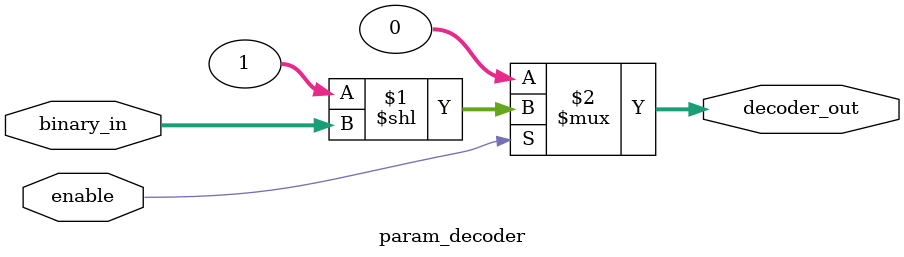
<source format=v>
module param_decoder(
	binary_in, decoder_out, enable
);

	parameter IN_SIZE = 4; 
	parameter OUT_SIZE = 2 << IN_SIZE;
	
	input  wire [IN_SIZE-1:0] binary_in;
	output wire [OUT_SIZE-1:0] decoder_out;
	input enable;

	assign decoder_out = (enable) ? (1 << binary_in) : 0;

endmodule

</source>
